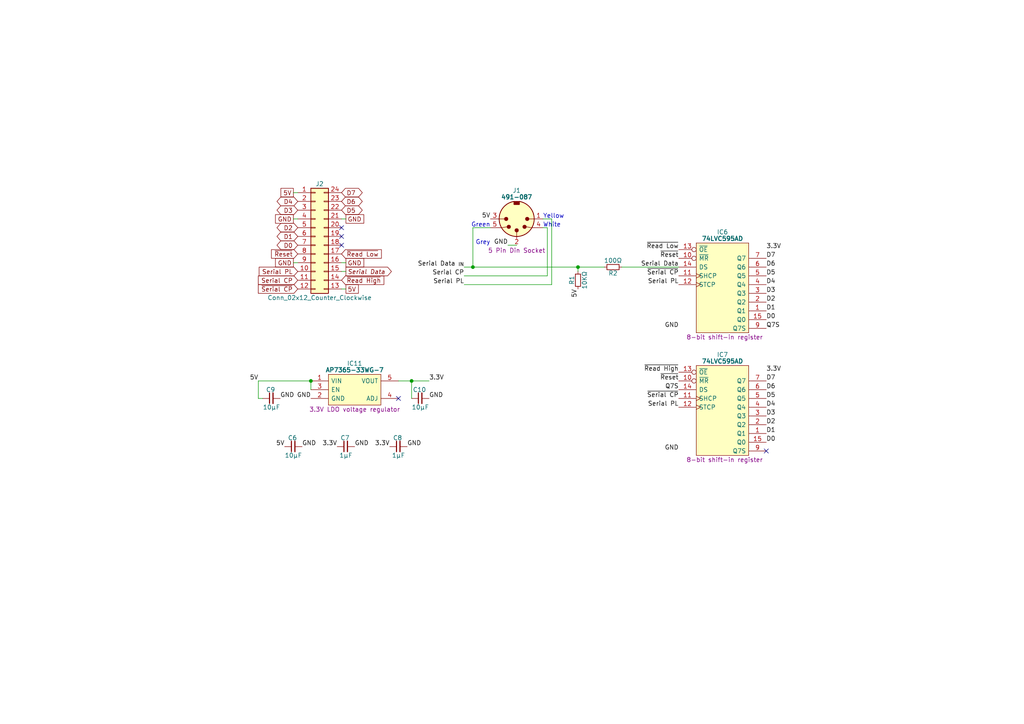
<source format=kicad_sch>
(kicad_sch (version 20230121) (generator eeschema)
  (paper "A4")
  (title_block (title "HCP65 SNES Controller Reader") (date "2024-05-11") (rev "V1"))
  (lib_symbols
    (symbol "Connector_Generic:Conn_02x12_Counter_Clockwise" (pin_names (offset 1.016) hide)
      (property "Reference" "J" (at 1.27 15.24 0))
      (property "Value" "Conn_02x12_Counter_Clockwise" (at 1.27 -17.78 0))
      (symbol "Conn_02x12_Counter_Clockwise_1_1"
        (rectangle (start -1.27 -15.113) (end 0 -15.367) (stroke (width 0.1524)))
        (rectangle (start -1.27 -12.573) (end 0 -12.827) (stroke (width 0.1524)))
        (rectangle (start -1.27 -10.033) (end 0 -10.287) (stroke (width 0.1524)))
        (rectangle (start -1.27 -7.493) (end 0 -7.747) (stroke (width 0.1524)))
        (rectangle (start -1.27 -4.953) (end 0 -5.207) (stroke (width 0.1524)))
        (rectangle (start -1.27 -2.413) (end 0 -2.667) (stroke (width 0.1524)))
        (rectangle (start -1.27 0.127) (end 0 -0.127) (stroke (width 0.1524)))
        (rectangle (start -1.27 2.667) (end 0 2.413) (stroke (width 0.1524)))
        (rectangle (start -1.27 5.207) (end 0 4.953) (stroke (width 0.1524)))
        (rectangle (start -1.27 7.747) (end 0 7.493) (stroke (width 0.1524)))
        (rectangle (start -1.27 10.287) (end 0 10.033) (stroke (width 0.1524)))
        (rectangle (start -1.27 12.827) (end 0 12.573) (stroke (width 0.1524)))
        (rectangle (start -1.27 13.97) (end 3.81 -16.51) (stroke (width 0.254)) (fill (type background)))
        (rectangle (start 3.81 -15.113) (end 2.54 -15.367) (stroke (width 0.1524)))
        (rectangle (start 3.81 -12.573) (end 2.54 -12.827) (stroke (width 0.1524)))
        (rectangle (start 3.81 -10.033) (end 2.54 -10.287) (stroke (width 0.1524)))
        (rectangle (start 3.81 -7.493) (end 2.54 -7.747) (stroke (width 0.1524)))
        (rectangle (start 3.81 -4.953) (end 2.54 -5.207) (stroke (width 0.1524)))
        (rectangle (start 3.81 -2.413) (end 2.54 -2.667) (stroke (width 0.1524)))
        (rectangle (start 3.81 0.127) (end 2.54 -0.127) (stroke (width 0.1524)))
        (rectangle (start 3.81 2.667) (end 2.54 2.413) (stroke (width 0.1524)))
        (rectangle (start 3.81 5.207) (end 2.54 4.953) (stroke (width 0.1524)))
        (rectangle (start 3.81 7.747) (end 2.54 7.493) (stroke (width 0.1524)))
        (rectangle (start 3.81 10.287) (end 2.54 10.033) (stroke (width 0.1524)))
        (rectangle (start 3.81 12.827) (end 2.54 12.573) (stroke (width 0.1524)))
        (pin passive line (at -5.08 12.7 0) (length 3.81) (name "Pin_1") (number "1"))
        (pin passive line (at -5.08 -10.16 0) (length 3.81) (name "Pin_10") (number "10"))
        (pin passive line (at -5.08 -12.7 0) (length 3.81) (name "Pin_11") (number "11"))
        (pin passive line (at -5.08 -15.24 0) (length 3.81) (name "Pin_12") (number "12"))
        (pin passive line (at 7.62 -15.24 180) (length 3.81) (name "Pin_13") (number "13"))
        (pin passive line (at 7.62 -12.7 180) (length 3.81) (name "Pin_14") (number "14"))
        (pin passive line (at 7.62 -10.16 180) (length 3.81) (name "Pin_15") (number "15"))
        (pin passive line (at 7.62 -7.62 180) (length 3.81) (name "Pin_16") (number "16"))
        (pin passive line (at 7.62 -5.08 180) (length 3.81) (name "Pin_17") (number "17"))
        (pin passive line (at 7.62 -2.54 180) (length 3.81) (name "Pin_18") (number "18"))
        (pin passive line (at 7.62 0 180) (length 3.81) (name "Pin_19") (number "19"))
        (pin passive line (at -5.08 10.16 0) (length 3.81) (name "Pin_2") (number "2"))
        (pin passive line (at 7.62 2.54 180) (length 3.81) (name "Pin_20") (number "20"))
        (pin passive line (at 7.62 5.08 180) (length 3.81) (name "Pin_21") (number "21"))
        (pin passive line (at 7.62 7.62 180) (length 3.81) (name "Pin_22") (number "22"))
        (pin passive line (at 7.62 10.16 180) (length 3.81) (name "Pin_23") (number "23"))
        (pin passive line (at 7.62 12.7 180) (length 3.81) (name "Pin_24") (number "24"))
        (pin passive line (at -5.08 7.62 0) (length 3.81) (name "Pin_3") (number "3"))
        (pin passive line (at -5.08 5.08 0) (length 3.81) (name "Pin_4") (number "4"))
        (pin passive line (at -5.08 2.54 0) (length 3.81) (name "Pin_5") (number "5"))
        (pin passive line (at -5.08 0 0) (length 3.81) (name "Pin_6") (number "6"))
        (pin passive line (at -5.08 -2.54 0) (length 3.81) (name "Pin_7") (number "7"))
        (pin passive line (at -5.08 -5.08 0) (length 3.81) (name "Pin_8") (number "8"))
        (pin passive line (at -5.08 -7.62 0) (length 3.81) (name "Pin_9") (number "9"))
      )
    )
    (symbol "Diodes_Inc:AP7365-33WG-7" (pin_names (offset 0.762))
      (property "Reference" "IC" (at 12.7 5.08 0))
      (property "Value" "AP7365-33WG-7" (at 12.7 3.175 0))
      (property "Description" "3.3V LDO voltage regulator" (at 12.7 -8.255 0))
      (symbol "AP7365-33WG-7_0_0"
        (pin passive line (at 0 0 0) (length 5.08) (name "VIN") (number "1"))
        (pin passive line (at 0 -5.08 0) (length 5.08) (name "GND") (number "2"))
        (pin input line (at 0 -2.54 0) (length 5.08) (name "EN") (number "3"))
        (pin passive line (at 25.4 -5.08 180) (length 5.08) (name "ADJ") (number "4"))
        (pin passive line (at 25.4 0 180) (length 5.08) (name "VOUT") (number "5"))
      )
      (symbol "AP7365-33WG-7_0_1"
        (polyline (pts (xy 5.08 1.905) (xy 20.32 1.905) (xy 20.32 -6.985) (xy 5.08 -6.985) (xy 5.08 1.905)) (fill (type background)))
      )
    )
    (symbol "HCP65:C_0805" (pin_numbers hide) (pin_names (offset 0.254) hide)
      (property "Reference" "C" (at 2.286 2.54 0))
      (property "Value" "?μF" (at 2.54 -2.54 0))
      (symbol "C_0805_0_1"
        (polyline (pts (xy 1.9685 -1.4605) (xy 1.9685 1.5875)) (stroke (width 0.3048)))
        (polyline (pts (xy 2.9845 -1.4605) (xy 2.9845 1.5875)) (stroke (width 0.3302)))
      )
      (symbol "C_0805_1_1"
        (pin passive line (at 0 0 0) (length 2.032) (name "~") (number "1"))
        (pin passive line (at 5.08 0 180) (length 2.032) (name "~") (number "2"))
      )
    )
    (symbol "Nexperia:74LVC595AD" (pin_names (offset 0.762))
      (property "Reference" "IC" (at 12.7 5.08 0))
      (property "Value" "74LVC595AD" (at 12.7 3.175 0))
      (property "Description" "8-bit shift-in register" (at 13.335 -25.4 0))
      (symbol "74LVC595AD_0_0"
        (pin tri_state line (at 25.4 -17.78 180) (length 5.08) (name "Q1") (number "1"))
        (pin input inverted (at 0 -2.54 0) (length 5.08) (name "~{MR}") (number "10"))
        (pin input clock (at 0 -7.62 0) (length 5.08) (name "SHCP") (number "11"))
        (pin input clock (at 0 -10.16 0) (length 5.08) (name "STCP") (number "12"))
        (pin input inverted (at 0 0 0) (length 5.08) (name "~{OE}") (number "13"))
        (pin input line (at 0 -5.08 0) (length 5.08) (name "DS") (number "14"))
        (pin tri_state line (at 25.4 -15.24 180) (length 5.08) (name "Q2") (number "2"))
        (pin tri_state line (at 25.4 -12.7 180) (length 5.08) (name "Q3") (number "3"))
        (pin tri_state line (at 25.4 -10.16 180) (length 5.08) (name "Q4") (number "4"))
        (pin tri_state line (at 25.4 -7.62 180) (length 5.08) (name "Q5") (number "5"))
        (pin tri_state line (at 25.4 -5.08 180) (length 5.08) (name "Q6") (number "6"))
        (pin tri_state line (at 25.4 -2.54 180) (length 5.08) (name "Q7") (number "7"))
        (pin output line (at 25.4 -22.86 180) (length 5.08) (name "Q7S") (number "9"))
      )
      (symbol "74LVC595AD_0_1"
        (polyline (pts (xy 5.08 1.905) (xy 20.32 1.905) (xy 20.32 -24.13) (xy 5.08 -24.13) (xy 5.08 1.905)) (stroke (width 0.1524)) (fill (type background)))
      )
      (symbol "74LVC595AD_1_0"
        (pin tri_state line (at 25.4 -20.32 180) (length 5.08) (name "Q0") (number "15"))
        (pin passive line (at 25.4 0 180) (length 5.08) hide (name "3V") (number "16"))
        (pin passive line (at 0 -22.86 0) (length 5.08) hide (name "GND") (number "8"))
      )
    )
    (symbol "RS_Components:491-087" (pin_names (offset 0.762))
      (property "Reference" "J" (at 7.62 8.255 0))
      (property "Value" "491-087" (at 7.62 6.35 0))
      (property "Description" "5 Pin Din Socket" (at 7.62 -9.144 0))
      (symbol "491-087_0_0"
        (pin no_connect line (at 0 -5.08 0) (length 7) hide (name "") (number "6"))
        (pin no_connect line (at 15.24 -5.08 180) (length 7) hide (name "") (number "7"))
      )
      (symbol "491-087_0_1"
        (polyline (pts (xy 2.54 0) (xy 4.064 0)))
        (polyline (pts (xy 7.62 -5.715) (xy 7.62 -3.81)))
        (polyline (pts (xy 12.7 0) (xy 11.176 0)))
        (polyline (pts (xy 2.54 -2.54) (xy 3.302 -2.54) (xy 4.826 -2.286)))
        (polyline (pts (xy 12.7 -2.54) (xy 11.938 -2.54) (xy 10.414 -2.286)))
        (polyline (pts (xy 8.382 4.953) (xy 8.382 4.191) (xy 6.858 4.191) (xy 6.858 4.953)) (stroke (width 0.254)))
        (arc (start 2.54 0) (mid 7.62 -5.0579) (end 12.7 0) (stroke (width 0.254)))
        (circle (center 4.572 0) (radius 0.508) (fill (type outline)))
        (circle (center 5.334 -2.286) (radius 0.508) (fill (type outline)))
        (arc (start 6.858 5.08) (mid 3.7527 3.3444) (end 2.54 0) (stroke (width 0.254)))
        (rectangle (start 6.858 5.08) (end 8.382 4.318) (stroke (width 0.1524)) (fill (type outline)))
        (circle (center 7.62 -3.302) (radius 0.508) (fill (type outline)))
        (circle (center 7.62 0) (radius 5.08) (stroke (width 0.001)) (fill (type background)))
        (circle (center 9.906 -2.286) (radius 0.508) (fill (type outline)))
        (circle (center 10.668 0) (radius 0.508) (fill (type outline)))
        (arc (start 12.7 0) (mid 11.4797 3.3379) (end 8.382 5.08) (stroke (width 0.254)))
      )
      (symbol "491-087_1_1"
        (pin passive line (at 15.24 0 180) (length 2.54) (name "") (number "1"))
        (pin passive line (at 7.62 -7.62 0) (length 0) (name "") (number "2"))
        (pin passive line (at 0 0 0) (length 2.54) (name "") (number "3"))
        (pin passive line (at 15.24 -2.54 180) (length 2.54) (name "~") (number "4"))
        (pin passive line (at 0 -2.54 0) (length 2.54) (name "") (number "5"))
      )
    )
    (symbol "R_0805_1" (pin_numbers hide) (pin_names hide)
      (property "Reference" "R" (at 2.54 1.778 0))
      (property "Value" "?Ω" (at 2.54 -1.905 0))
      (symbol "R_0805_1_0_1"
        (rectangle (start 0.762 0.762) (end 4.318 -0.762) (stroke (width 0.2032)))
      )
      (symbol "R_0805_1_1_1"
        (pin passive line (at 0 0 0) (length 0.72) (name "~") (number "1"))
        (pin passive line (at 5.08 0 180) (length 0.72) (name "~") (number "2"))
      )
    )
  )
  (junction (at 119.38 110.49))
  (junction (at 137.16 77.47))
  (junction (at 90.17 110.49))
  (junction (at 167.64 77.47))
  (no_connect (at 99.06 71.12))
  (no_connect (at 99.06 68.58))
  (no_connect (at 222.25 130.81))
  (no_connect (at 115.57 115.57))
  (no_connect (at 99.06 66.04))
  (wire (pts (xy 137.16 77.47) (xy 137.16 66.04)))
  (wire (pts (xy 147.32 71.12) (xy 149.86 71.12)))
  (wire (pts (xy 137.16 66.04) (xy 142.24 66.04)))
  (wire (pts (xy 85.09 55.88) (xy 86.36 55.88)))
  (wire (pts (xy 158.75 80.01) (xy 158.75 66.04)))
  (wire (pts (xy 100.33 78.74) (xy 99.06 78.74)))
  (wire (pts (xy 100.33 63.5) (xy 99.06 63.5)))
  (wire (pts (xy 157.48 63.5) (xy 160.02 63.5)))
  (wire (pts (xy 90.17 110.49) (xy 90.17 113.03)))
  (wire (pts (xy 74.93 110.49) (xy 74.93 115.57)))
  (wire (pts (xy 134.62 77.47) (xy 137.16 77.47)))
  (wire (pts (xy 137.16 77.47) (xy 167.64 77.47)))
  (wire (pts (xy 167.64 78.74) (xy 167.64 77.47)))
  (wire (pts (xy 85.09 76.2) (xy 86.36 76.2)))
  (wire (pts (xy 115.57 110.49) (xy 119.38 110.49)))
  (wire (pts (xy 180.34 77.47) (xy 196.85 77.47)))
  (wire (pts (xy 119.38 115.57) (xy 119.38 110.49)))
  (wire (pts (xy 134.62 80.01) (xy 158.75 80.01)))
  (wire (pts (xy 85.09 63.5) (xy 86.36 63.5)))
  (wire (pts (xy 100.33 83.82) (xy 99.06 83.82)))
  (wire (pts (xy 167.64 77.47) (xy 175.26 77.47)))
  (wire (pts (xy 158.75 66.04) (xy 157.48 66.04)))
  (wire (pts (xy 100.33 76.2) (xy 99.06 76.2)))
  (wire (pts (xy 160.02 82.55) (xy 134.62 82.55)))
  (wire (pts (xy 160.02 63.5) (xy 160.02 82.55)))
  (wire (pts (xy 74.93 110.49) (xy 90.17 110.49)))
  (wire (pts (xy 119.38 110.49) (xy 124.46 110.49)))
  (wire (pts (xy 74.93 115.57) (xy 76.2 115.57)))
  (text "Green" (at 142.24 66.04 0) (effects (font (size 1.27 1.27)) (justify right bottom)))
  (text "White" (at 157.48 66.04 0) (effects (font (size 1.27 1.27)) (justify left bottom)))
  (text "Grey" (at 142.24 71.12 0) (effects (font (size 1.27 1.27)) (justify right bottom)))
  (text "Yellow" (at 157.48 63.5 0) (effects (font (size 1.27 1.27)) (justify left bottom)))
  (label "GND" (at 81.28 115.57 0))
  (label "D4" (at 222.25 82.55 0))
  (label "D1" (at 222.25 125.73 0))
  (label "~{Reset}" (at 196.85 110.49 180))
  (label "Serial PL" (at 196.85 82.55 180))
  (label "Serial CP" (at 134.62 80.01 180))
  (label "Q7S" (at 222.25 95.25 0))
  (label "3.3V" (at 113.03 129.54 180))
  (label "3.3V" (at 222.25 72.39 0))
  (label "Serial Data _{IN}" (at 134.62 77.47 180))
  (label "~{Reset}" (at 196.85 74.93 180))
  (label "D2" (at 222.25 87.63 0))
  (label "GND" (at 147.32 71.12 180))
  (label "Serial Data" (at 196.85 77.47 180))
  (label "Serial PL" (at 134.62 82.55 180))
  (label "D5" (at 222.25 80.01 0))
  (label "3.3V" (at 97.79 129.54 180))
  (label "D0" (at 222.25 128.27 0))
  (label "GND" (at 196.85 95.25 180))
  (label "D2" (at 222.25 123.19 0))
  (label "~{Serial CP}" (at 196.85 115.57 180))
  (label "Q7S" (at 196.85 113.03 180))
  (label "3.3V" (at 124.46 110.49 0))
  (label "~{Serial CP}" (at 196.85 80.01 180))
  (label "5V" (at 82.55 129.54 180))
  (label "~{Read High}" (at 196.85 107.95 180))
  (label "GND" (at 118.11 129.54 0))
  (label "5V" (at 74.93 110.49 180))
  (label "~{Read Low}" (at 196.85 72.39 180))
  (label "GND" (at 87.63 129.54 0))
  (label "3.3V" (at 222.25 107.95 0))
  (label "D5" (at 222.25 115.57 0))
  (label "D6" (at 222.25 113.03 0))
  (label "D3" (at 222.25 120.65 0))
  (label "D4" (at 222.25 118.11 0))
  (label "5V" (at 142.24 63.5 180))
  (label "5V" (at 167.64 83.82 270))
  (label "GND" (at 196.85 130.81 180))
  (label "D6" (at 222.25 77.47 0))
  (label "D0" (at 222.25 92.71 0))
  (label "Serial PL" (at 196.85 118.11 180))
  (label "GND" (at 124.46 115.57 0))
  (label "GND" (at 90.17 115.57 180))
  (label "D7" (at 222.25 110.49 0))
  (label "GND" (at 102.87 129.54 0))
  (label "D7" (at 222.25 74.93 0))
  (label "D1" (at 222.25 90.17 0))
  (label "D3" (at 222.25 85.09 0))
  (global_label "D6" (shape tri_state) (at 99.06 58.42 0) (property "Intersheetrefs" "${INTERSHEET_REFS}" (effects hide)))
  (global_label "D5" (shape tri_state) (at 99.06 60.96 0) (property "Intersheetrefs" "${INTERSHEET_REFS}" (effects hide)))
  (global_label "GND" (shape passive) (at 85.09 63.5 180) (property "Intersheetrefs" "${INTERSHEET_REFS}" (effects hide)))
  (global_label "D2" (shape tri_state) (at 86.36 66.04 180) (property "Intersheetrefs" "${INTERSHEET_REFS}" (effects hide)))
  (global_label "~{Serial CP}" (shape input) (at 86.36 83.82 180) (property "Intersheetrefs" "${INTERSHEET_REFS}" (effects hide)))
  (global_label "D1" (shape tri_state) (at 86.36 68.58 180) (property "Intersheetrefs" "${INTERSHEET_REFS}" (effects hide)))
  (global_label "Serial CP" (shape input) (at 86.36 81.28 180) (property "Intersheetrefs" "${INTERSHEET_REFS}" (effects hide)))
  (global_label "5V" (shape passive) (at 85.09 55.88 180) (property "Intersheetrefs" "${INTERSHEET_REFS}" (effects hide)))
  (global_label "GND" (shape passive) (at 100.33 76.2 0) (property "Intersheetrefs" "${INTERSHEET_REFS}" (effects hide)))
  (global_label "D0" (shape tri_state) (at 86.36 71.12 180) (property "Intersheetrefs" "${INTERSHEET_REFS}" (effects hide)))
  (global_label "GND" (shape passive) (at 100.33 63.5 0) (property "Intersheetrefs" "${INTERSHEET_REFS}" (effects hide)))
  (global_label "D7" (shape tri_state) (at 99.06 55.88 0) (property "Intersheetrefs" "${INTERSHEET_REFS}" (effects hide)))
  (global_label "~{Read Low}" (shape input) (at 99.06 73.66 0) (property "Intersheetrefs" "${INTERSHEET_REFS}" (effects hide)))
  (global_label "Serial Data" (shape output) (at 100.33 78.74 0) (effects (font italic)) (property "Intersheetrefs" "${INTERSHEET_REFS}" (effects hide)))
  (global_label "5V" (shape passive) (at 100.33 83.82 0) (property "Intersheetrefs" "${INTERSHEET_REFS}" (effects hide)))
  (global_label "~{Read High}" (shape input) (at 99.06 81.28 0) (property "Intersheetrefs" "${INTERSHEET_REFS}" (effects hide)))
  (global_label "~{Reset}" (shape input) (at 86.36 73.66 180) (property "Intersheetrefs" "${INTERSHEET_REFS}" (effects hide)))
  (global_label "GND" (shape passive) (at 85.09 76.2 180) (property "Intersheetrefs" "${INTERSHEET_REFS}" (effects hide)))
  (global_label "D3" (shape tri_state) (at 86.36 60.96 180) (property "Intersheetrefs" "${INTERSHEET_REFS}" (effects hide)))
  (global_label "Serial PL" (shape input) (at 86.36 78.74 180) (property "Intersheetrefs" "${INTERSHEET_REFS}" (effects hide)))
  (global_label "D4" (shape tri_state) (at 86.36 58.42 180) (property "Intersheetrefs" "${INTERSHEET_REFS}" (effects hide)))
  (symbol (lib_id "RS_Components:491-087") (at 142.24 63.5 0) (unit 1)
    (property "Reference" "J1" (at 149.86 55.245 0))
    (property "Value" "491-087" (at 149.86 57.15 0) (effects (font bold)))
    (property "Footprint" "491087" (effects hide))
    (property "Description" "5 Pin Din Socket" (at 149.86 72.644 0))
    (property "Height" "19.6" (effects hide))
    (property "Manufacturer_Name" "RS Components" (effects hide))
    (property "Manufacturer_Part_Number" "491-087" (effects hide))
  )
  (symbol (lib_id "Nexperia:74LVC595AD") (at 196.85 72.39 0) (unit 1)
    (property "Reference" "IC6" (at 209.55 67.31 0))
    (property "Value" "74LVC595AD" (at 209.55 69.215 0) (effects (font bold)))
    (property "Footprint" "SOIC127P600X175-16N" (effects hide))
    (property "Datasheet" "https://assets.nexperia.com/documents/data-sheet/74LVC595A.pdf" (effects hide))
    (property "Description" "8-bit shift-in register" (at 210.185 97.79 0))
    (property "Height" "1.75" (effects hide))
    (property "Mouser Part Number" "771-74LVC595AD" (effects hide))
    (property "Mouser Price/Stock" "https://www.mouser.co.uk/ProductDetail/Nexperia/74LVC595AD112?qs=me8TqzrmIYV0b%2FEB25dYCQ%3D%3D" (effects hide))
    (property "Manufacturer_Name" "Nexperia" (effects hide))
    (property "Manufacturer_Part_Number" "74LVC595AD,112" (effects hide))
    (property "Silkscreen" "74LVC595" (effects hide))
  )
  (symbol (lib_id "HCP65:C_0805") (at 76.2 115.57 0) (unit 1)
    (property "Reference" "C9" (at 78.486 113.03 0))
    (property "Value" "10μF" (at 78.74 118.11 0))
    (property "Footprint" "SamacSys_Parts:C_0805" (effects hide))
  )
  (symbol (lib_id "HCP65:C_0805") (at 82.55 129.54 0) (unit 1)
    (property "Reference" "C6" (at 84.836 127 0))
    (property "Value" "10μF" (at 85.09 132.08 0))
    (property "Footprint" "SamacSys_Parts:C_0805" (effects hide))
  )
  (symbol (lib_id "Nexperia:74LVC595AD") (at 196.85 107.95 0) (unit 1)
    (property "Reference" "IC7" (at 209.55 102.87 0))
    (property "Value" "74LVC595AD" (at 209.55 104.775 0) (effects (font bold)))
    (property "Footprint" "SOIC127P600X175-16N" (effects hide))
    (property "Datasheet" "https://assets.nexperia.com/documents/data-sheet/74LVC595A.pdf" (effects hide))
    (property "Description" "8-bit shift-in register" (at 210.185 133.35 0))
    (property "Height" "1.75" (effects hide))
    (property "Mouser Part Number" "771-74LVC595AD" (effects hide))
    (property "Mouser Price/Stock" "https://www.mouser.co.uk/ProductDetail/Nexperia/74LVC595AD112?qs=me8TqzrmIYV0b%2FEB25dYCQ%3D%3D" (effects hide))
    (property "Manufacturer_Name" "Nexperia" (effects hide))
    (property "Manufacturer_Part_Number" "74LVC595AD,112" (effects hide))
    (property "Silkscreen" "74LVC595" (effects hide))
  )
  (symbol (lib_id "Diodes_Inc:AP7365-33WG-7") (at 90.17 110.49 0) (unit 1)
    (property "Reference" "IC11" (at 102.87 105.41 0))
    (property "Value" "AP7365-33WG-7" (at 102.87 107.315 0) (effects (font bold)))
    (property "Footprint" "SOT95P285X130-5N" (effects hide))
    (property "Datasheet" "https://componentsearchengine.com/Datasheets/1/AP7365-33WG-7.pdf" (effects hide))
    (property "Description" "3.3V LDO voltage regulator" (at 102.87 118.745 0))
    (property "Height" "1.3" (effects hide))
    (property "Manufacturer_Name" "Diodes Inc." (effects hide))
    (property "Manufacturer_Part_Number" "AP7365-33WG-7" (effects hide))
    (property "Mouser Part Number" "621-AP7365-33WG-7" (effects hide))
    (property "Mouser Price/Stock" "https://www.mouser.co.uk/ProductDetail/Diodes-Incorporated/AP7365-33WG-7?qs=abZ1nkZpTuOZFvxvoFPL0w%3D%3D" (effects hide))
    (property "Arrow Part Number" "AP7365-33WG-7" (effects hide))
    (property "Arrow Price/Stock" "https://www.arrow.com/en/products/ap7365-33wg-7/diodes-incorporated?region=nac" (effects hide))
    (property "Silkscreen" "AP7365" (effects hide))
  )
  (symbol (lib_id "HCP65:C_0805") (at 113.03 129.54 0) (unit 1)
    (property "Reference" "C8" (at 115.316 127 0))
    (property "Value" "1μF" (at 115.57 132.08 0))
    (property "Footprint" "SamacSys_Parts:C_0805" (effects hide))
  )
  (symbol (lib_name "R_0805_1") (lib_id "HCP65:R_0805") (at 167.64 78.74 90) (mirror x) (unit 1)
    (property "Reference" "R1" (at 165.862 81.28 0))
    (property "Value" "10KΩ" (at 169.545 81.28 0))
    (property "Footprint" "SamacSys_Parts:R_0805" (effects hide))
  )
  (symbol (lib_id "HCP65:C_0805") (at 119.38 115.57 0) (unit 1)
    (property "Reference" "C10" (at 121.666 113.03 0))
    (property "Value" "10μF" (at 121.92 118.11 0))
    (property "Footprint" "SamacSys_Parts:C_0805" (effects hide))
  )
  (symbol (lib_id "HCP65:C_0805") (at 97.79 129.54 0) (unit 1)
    (property "Reference" "C7" (at 100.076 127 0))
    (property "Value" "1μF" (at 100.33 132.08 0))
    (property "Footprint" "SamacSys_Parts:C_0805" (effects hide))
  )
  (symbol (lib_id "Connector_Generic:Conn_02x12_Counter_Clockwise") (at 91.44 68.58 0) (unit 1)
    (property "Reference" "J2" (at 92.71 53.34 0))
    (property "Value" "Conn_02x12_Counter_Clockwise" (at 92.71 86.36 0))
    (property "Footprint" "SamacSys_Parts:DIP-24_Board_W22.86mm" (effects hide))
  )
  (symbol (lib_name "R_0805_1") (lib_id "HCP65:R_0805") (at 175.26 77.47 0) (mirror x) (unit 1)
    (property "Reference" "R2" (at 177.8 79.248 0))
    (property "Value" "100Ω" (at 177.8 75.565 0))
    (property "Footprint" "SamacSys_Parts:R_0805" (effects hide))
  )
)
</source>
